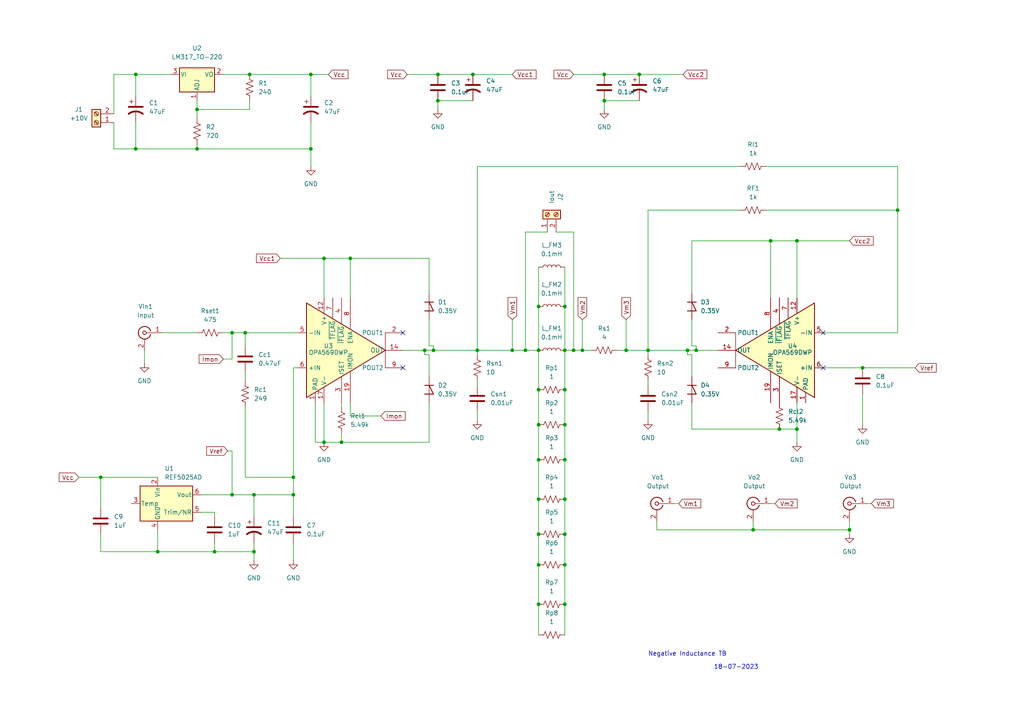
<source format=kicad_sch>
(kicad_sch (version 20211123) (generator eeschema)
  (paper "A4")
  (lib_symbols
    (symbol "Amplifier_Operational:OPA569DWP"
      (property "Reference" "U" (at 6.35 11.43 0))
      (property "Value" "OPA569DWP" (at 10.16 8.89 0))
      (symbol "OPA569DWP_0_0"
        (pin no_connect line (at -12.7 0 0) (length 2.54) hide (name "NC") (number "16"))
        (pin passive line (at -10.16 -15.24 90) (length 3.048) hide (name "PAD") (number "21"))
      )
      (symbol "OPA569DWP_0_1"
        (polyline (pts (xy 10.16 5.08) (xy 10.16 -5.08)) (stroke (width 0.1524)))
        (polyline (pts (xy 10.16 0) (xy -12.7 -13.716) (xy -12.7 13.716) (xy 10.16 0)) (stroke (width 0.254)) (fill (type background)))
      )
      (symbol "OPA569DWP_1_1"
        (pin power_in line (at -10.16 -15.24 90) (length 3.048) (name "PAD") (number "1"))
        (pin passive line (at -10.16 -15.24 90) (length 3.048) hide (name "PAD") (number "10"))
        (pin passive line (at -10.16 -15.24 90) (length 3.048) hide (name "PAD") (number "11"))
        (pin power_in line (at -7.62 15.24 270) (length 4.572) (name "V+") (number "12"))
        (pin passive line (at -7.62 15.24 270) (length 4.572) hide (name "V+") (number "13"))
        (pin output line (at 15.24 0 180) (length 5.08) (name "OUT") (number "14"))
        (pin passive line (at 15.24 0 180) (length 5.08) hide (name "OUT") (number "15"))
        (pin power_in line (at -7.62 -15.24 90) (length 4.572) (name "V-") (number "17"))
        (pin passive line (at -7.62 -15.24 90) (length 4.572) hide (name "V-") (number "18"))
        (pin output line (at 0 -15.24 90) (length 9.144) (name "IMON") (number "19"))
        (pin output line (at 15.24 5.08 180) (length 5.08) (name "POUT1") (number "2"))
        (pin passive line (at -10.16 -15.24 90) (length 3.048) hide (name "PAD") (number "20"))
        (pin output line (at -2.54 -15.24 90) (length 7.62) (name "ISET") (number "3"))
        (pin output line (at -2.54 15.24 270) (length 7.62) (name "~{IFLAG}") (number "4"))
        (pin input line (at -15.24 5.08 0) (length 2.54) (name "-IN") (number "5"))
        (pin input line (at -15.24 -5.08 0) (length 2.54) (name "+IN") (number "6"))
        (pin output line (at -5.08 15.24 270) (length 6.096) (name "~{TFLAG}") (number "7"))
        (pin input line (at 0 15.24 270) (length 9.144) (name "ENA") (number "8"))
        (pin output line (at 15.24 -5.08 180) (length 5.08) (name "POUT2") (number "9"))
      )
    )
    (symbol "Connector:Conn_Coaxial" (pin_names (offset 1.016) hide)
      (property "Reference" "J" (at 0.254 3.048 0))
      (property "Value" "Conn_Coaxial" (at 2.921 0 90))
      (symbol "Conn_Coaxial_0_1"
        (arc (start -1.778 -0.508) (mid 0.2311 -1.8066) (end 1.778 0) (stroke (width 0.254)))
        (polyline (pts (xy -2.54 0) (xy -0.508 0)))
        (polyline (pts (xy 0 -2.54) (xy 0 -1.778)))
        (circle (center 0 0) (radius 0.508) (stroke (width 0.2032)))
        (arc (start 1.778 0) (mid 0.2099 1.8101) (end -1.778 0.508) (stroke (width 0.254)))
      )
      (symbol "Conn_Coaxial_1_1"
        (pin passive line (at -5.08 0 0) (length 2.54) (name "In") (number "1"))
        (pin passive line (at 0 -5.08 90) (length 2.54) (name "Ext") (number "2"))
      )
    )
    (symbol "Connector:Screw_Terminal_01x02" (pin_names (offset 1.016) hide)
      (property "Reference" "J" (at 0 2.54 0))
      (property "Value" "Screw_Terminal_01x02" (at 0 -5.08 0))
      (symbol "Screw_Terminal_01x02_1_1"
        (rectangle (start -1.27 1.27) (end 1.27 -3.81) (stroke (width 0.254)) (fill (type background)))
        (circle (center 0 -2.54) (radius 0.635) (stroke (width 0.1524)))
        (polyline (pts (xy -0.5334 -2.2098) (xy 0.3302 -3.048)) (stroke (width 0.1524)))
        (polyline (pts (xy -0.5334 0.3302) (xy 0.3302 -0.508)) (stroke (width 0.1524)))
        (polyline (pts (xy -0.3556 -2.032) (xy 0.508 -2.8702)) (stroke (width 0.1524)))
        (polyline (pts (xy -0.3556 0.508) (xy 0.508 -0.3302)) (stroke (width 0.1524)))
        (circle (center 0 0) (radius 0.635) (stroke (width 0.1524)))
        (pin passive line (at -5.08 0 0) (length 3.81) (name "Pin_1") (number "1"))
        (pin passive line (at -5.08 -2.54 0) (length 3.81) (name "Pin_2") (number "2"))
      )
    )
    (symbol "Device:C" (pin_numbers hide) (pin_names (offset 0.254))
      (property "Reference" "C" (at 0.635 2.54 0))
      (property "Value" "C" (at 0.635 -2.54 0))
      (symbol "C_0_1"
        (polyline (pts (xy -2.032 -0.762) (xy 2.032 -0.762)) (stroke (width 0.508)))
        (polyline (pts (xy -2.032 0.762) (xy 2.032 0.762)) (stroke (width 0.508)))
      )
      (symbol "C_1_1"
        (pin passive line (at 0 3.81 270) (length 2.794) (name "~") (number "1"))
        (pin passive line (at 0 -3.81 90) (length 2.794) (name "~") (number "2"))
      )
    )
    (symbol "Device:C_Polarized_US" (pin_numbers hide) (pin_names (offset 0.254) hide)
      (property "Reference" "C" (at 0.635 2.54 0))
      (property "Value" "C_Polarized_US" (at 0.635 -2.54 0))
      (symbol "C_Polarized_US_0_1"
        (polyline (pts (xy -2.032 0.762) (xy 2.032 0.762)) (stroke (width 0.508)))
        (polyline (pts (xy -1.778 2.286) (xy -0.762 2.286)))
        (polyline (pts (xy -1.27 1.778) (xy -1.27 2.794)))
        (arc (start 2.032 -1.27) (mid 0 -0.5572) (end -2.032 -1.27) (stroke (width 0.508)))
      )
      (symbol "C_Polarized_US_1_1"
        (pin passive line (at 0 3.81 270) (length 2.794) (name "~") (number "1"))
        (pin passive line (at 0 -3.81 90) (length 3.302) (name "~") (number "2"))
      )
    )
    (symbol "Device:D_Shockley" (pin_numbers hide) (pin_names (offset 1.016) hide)
      (property "Reference" "D" (at 0 2.54 0))
      (property "Value" "D_Shockley" (at 0 -2.54 0))
      (symbol "D_Shockley_0_1"
        (polyline (pts (xy -1.27 0) (xy 1.27 0)))
        (polyline (pts (xy -1.27 1.27) (xy -1.27 -1.27)) (stroke (width 0.254)))
        (polyline (pts (xy -1.27 0) (xy 1.27 1.27) (xy 1.27 -1.27)) (stroke (width 0.254)))
      )
      (symbol "D_Shockley_1_1"
        (pin passive line (at -3.81 0 0) (length 2.54) (name "K") (number "1"))
        (pin passive line (at 3.81 0 180) (length 2.54) (name "A") (number "2"))
      )
    )
    (symbol "Device:L" (pin_numbers hide) (pin_names (offset 1.016) hide)
      (property "Reference" "L" (at -1.27 0 90))
      (property "Value" "L" (at 1.905 0 90))
      (symbol "L_0_1"
        (arc (start 0 -2.54) (mid 0.635 -1.905) (end 0 -1.27))
        (arc (start 0 -1.27) (mid 0.635 -0.635) (end 0 0))
        (arc (start 0 0) (mid 0.635 0.635) (end 0 1.27))
        (arc (start 0 1.27) (mid 0.635 1.905) (end 0 2.54))
      )
      (symbol "L_1_1"
        (pin passive line (at 0 3.81 270) (length 1.27) (name "1") (number "1"))
        (pin passive line (at 0 -3.81 90) (length 1.27) (name "2") (number "2"))
      )
    )
    (symbol "Device:R_US" (pin_numbers hide) (pin_names (offset 0))
      (property "Reference" "R" (at 2.54 0 90))
      (property "Value" "R_US" (at -2.54 0 90))
      (symbol "R_US_0_1"
        (polyline (pts (xy 0 -2.286) (xy 0 -2.54)))
        (polyline (pts (xy 0 2.286) (xy 0 2.54)))
        (polyline (pts (xy 0 -0.762) (xy 1.016 -1.143) (xy 0 -1.524) (xy -1.016 -1.905) (xy 0 -2.286)))
        (polyline (pts (xy 0 0.762) (xy 1.016 0.381) (xy 0 0) (xy -1.016 -0.381) (xy 0 -0.762)))
        (polyline (pts (xy 0 2.286) (xy 1.016 1.905) (xy 0 1.524) (xy -1.016 1.143) (xy 0 0.762)))
      )
      (symbol "R_US_1_1"
        (pin passive line (at 0 3.81 270) (length 1.27) (name "~") (number "1"))
        (pin passive line (at 0 -3.81 90) (length 1.27) (name "~") (number "2"))
      )
    )
    (symbol "GND_1" (power) (pin_names (offset 0))
      (property "Value" "GND_1" (at 0 -3.81 0))
      (symbol "GND_1_0_1"
        (polyline (pts (xy 0 0) (xy 0 -1.27) (xy 1.27 -1.27) (xy 0 -2.54) (xy -1.27 -1.27) (xy 0 -1.27)))
      )
      (symbol "GND_1_1_1"
        (pin power_in line (at 0 0 270) (length 0) hide (name "GND") (number "1"))
      )
    )
    (symbol "GND_2" (power) (pin_names (offset 0))
      (property "Value" "GND_2" (at 0 -3.81 0))
      (symbol "GND_2_0_1"
        (polyline (pts (xy 0 0) (xy 0 -1.27) (xy 1.27 -1.27) (xy 0 -2.54) (xy -1.27 -1.27) (xy 0 -1.27)))
      )
      (symbol "GND_2_1_1"
        (pin power_in line (at 0 0 270) (length 0) hide (name "GND") (number "1"))
      )
    )
    (symbol "GND_3" (power) (pin_names (offset 0))
      (property "Value" "GND_3" (at 0 -3.81 0))
      (symbol "GND_3_0_1"
        (polyline (pts (xy 0 0) (xy 0 -1.27) (xy 1.27 -1.27) (xy 0 -2.54) (xy -1.27 -1.27) (xy 0 -1.27)))
      )
      (symbol "GND_3_1_1"
        (pin power_in line (at 0 0 270) (length 0) hide (name "GND") (number "1"))
      )
    )
    (symbol "Reference_Voltage:REF5025AD" (pin_names (offset 0.254))
      (property "Reference" "U" (at -1.27 8.255 0))
      (property "Value" "REF5025AD" (at -1.27 6.35 0))
      (symbol "REF5025AD_0_1"
        (rectangle (start -7.62 5.08) (end 7.62 -5.08) (stroke (width 0.254)) (fill (type background)))
      )
      (symbol "REF5025AD_1_1"
        (pin no_connect line (at -7.62 2.54 0) (length 2.54) hide (name "DNC") (number "1"))
        (pin power_in line (at -2.54 7.62 270) (length 2.54) (name "Vin") (number "2"))
        (pin passive line (at -10.16 0 0) (length 2.54) (name "Temp") (number "3"))
        (pin power_in line (at -2.54 -7.62 90) (length 2.54) (name "GND") (number "4"))
        (pin passive line (at 10.16 -2.54 180) (length 2.54) (name "Trim/NR") (number "5"))
        (pin power_out line (at 10.16 2.54 180) (length 2.54) (name "Vout") (number "6"))
        (pin no_connect line (at -5.08 -5.08 90) (length 2.54) hide (name "NC") (number "7"))
        (pin no_connect line (at 7.62 0 180) (length 2.54) hide (name "DNC") (number "8"))
      )
    )
    (symbol "Regulator_Linear:LM317_TO-220" (pin_names (offset 0.254))
      (property "Reference" "U" (at -3.81 3.175 0))
      (property "Value" "LM317_TO-220" (at 0 3.175 0))
      (symbol "LM317_TO-220_0_1"
        (rectangle (start -5.08 1.905) (end 5.08 -5.08) (stroke (width 0.254)) (fill (type background)))
      )
      (symbol "LM317_TO-220_1_1"
        (pin input line (at 0 -7.62 90) (length 2.54) (name "ADJ") (number "1"))
        (pin power_out line (at 7.62 0 180) (length 2.54) (name "VO") (number "2"))
        (pin power_in line (at -7.62 0 0) (length 2.54) (name "VI") (number "3"))
      )
    )
    (symbol "power:GND" (power) (pin_names (offset 0))
      (property "Value" "GND" (at 0 -3.81 0))
      (symbol "GND_0_1"
        (polyline (pts (xy 0 0) (xy 0 -1.27) (xy 1.27 -1.27) (xy 0 -2.54) (xy -1.27 -1.27) (xy 0 -1.27)))
      )
      (symbol "GND_1_1"
        (pin power_in line (at 0 0 270) (length 0) hide (name "GND") (number "1"))
      )
    )
  )
  (junction (at 73.66 160.02))
  (junction (at 90.17 43.18))
  (junction (at 199.39 101.6))
  (junction (at 101.6 74.93))
  (junction (at 163.83 113.03))
  (junction (at 175.26 29.21))
  (junction (at 156.21 154.94))
  (junction (at 62.23 160.02))
  (junction (at 39.37 43.18))
  (junction (at 250.19 106.68))
  (junction (at 73.66 143.51))
  (junction (at 246.38 153.67))
  (junction (at 99.06 128.27))
  (junction (at 181.61 101.6))
  (junction (at 90.17 21.59))
  (junction (at 148.59 101.6))
  (junction (at 127 29.21))
  (junction (at 231.14 69.85))
  (junction (at 175.26 21.59))
  (junction (at 85.09 143.51))
  (junction (at 57.15 43.18))
  (junction (at 156.21 123.19))
  (junction (at 163.83 123.19))
  (junction (at 156.21 101.6))
  (junction (at 163.83 101.6))
  (junction (at 166.37 101.6))
  (junction (at 57.15 31.75))
  (junction (at 123.19 101.6))
  (junction (at 72.39 21.59))
  (junction (at 163.83 154.94))
  (junction (at 201.93 101.6))
  (junction (at 156.21 144.78))
  (junction (at 85.09 138.43))
  (junction (at 223.52 69.85))
  (junction (at 156.21 133.35))
  (junction (at 67.31 143.51))
  (junction (at 138.43 101.6))
  (junction (at 163.83 144.78))
  (junction (at 187.96 101.6))
  (junction (at 163.83 163.83))
  (junction (at 156.21 163.83))
  (junction (at 156.21 175.26))
  (junction (at 260.35 60.96))
  (junction (at 156.21 113.03))
  (junction (at 71.12 96.52))
  (junction (at 93.98 128.27))
  (junction (at 152.4 101.6))
  (junction (at 39.37 21.59))
  (junction (at 163.83 88.9))
  (junction (at 45.72 160.02))
  (junction (at 125.73 101.6))
  (junction (at 226.06 124.46))
  (junction (at 168.91 101.6))
  (junction (at 218.44 153.67))
  (junction (at 67.31 96.52))
  (junction (at 231.14 124.46))
  (junction (at 137.16 21.59))
  (junction (at 156.21 88.9))
  (junction (at 29.21 138.43))
  (junction (at 127 21.59))
  (junction (at 163.83 133.35))
  (junction (at 93.98 74.93))
  (junction (at 163.83 175.26))
  (junction (at 185.42 21.59))
  (no_connect (at 238.76 96.52))
  (no_connect (at 116.84 96.52))
  (no_connect (at 116.84 106.68))
  (no_connect (at 238.76 106.68))
  (wire (pts (xy 200.66 92.71) (xy 200.66 100.33)))
  (wire (pts (xy 33.02 43.18) (xy 39.37 43.18)))
  (wire (pts (xy 138.43 48.26) (xy 138.43 101.6)))
  (wire (pts (xy 163.83 133.35) (xy 163.83 144.78)))
  (wire (pts (xy 58.42 143.51) (xy 67.31 143.51)))
  (wire (pts (xy 163.83 144.78) (xy 163.83 154.94)))
  (wire (pts (xy 85.09 106.68) (xy 85.09 138.43)))
  (wire (pts (xy 101.6 120.65) (xy 110.49 120.65)))
  (wire (pts (xy 116.84 101.6) (xy 123.19 101.6)))
  (wire (pts (xy 200.66 116.84) (xy 200.66 124.46)))
  (wire (pts (xy 73.66 160.02) (xy 73.66 162.56)))
  (wire (pts (xy 156.21 77.47) (xy 156.21 88.9)))
  (wire (pts (xy 238.76 106.68) (xy 250.19 106.68)))
  (wire (pts (xy 127 21.59) (xy 137.16 21.59)))
  (wire (pts (xy 148.59 92.71) (xy 148.59 101.6)))
  (wire (pts (xy 190.5 153.67) (xy 218.44 153.67)))
  (wire (pts (xy 138.43 111.76) (xy 138.43 110.49)))
  (wire (pts (xy 201.93 101.6) (xy 208.28 101.6)))
  (wire (pts (xy 138.43 101.6) (xy 148.59 101.6)))
  (wire (pts (xy 163.83 77.47) (xy 163.83 88.9)))
  (wire (pts (xy 163.83 101.6) (xy 166.37 101.6)))
  (wire (pts (xy 67.31 104.14) (xy 67.31 96.52)))
  (wire (pts (xy 71.12 107.95) (xy 71.12 110.49)))
  (wire (pts (xy 148.59 101.6) (xy 152.4 101.6)))
  (wire (pts (xy 86.36 106.68) (xy 85.09 106.68)))
  (wire (pts (xy 200.66 69.85) (xy 223.52 69.85)))
  (wire (pts (xy 238.76 96.52) (xy 260.35 96.52)))
  (wire (pts (xy 58.42 148.59) (xy 62.23 148.59)))
  (wire (pts (xy 57.15 43.18) (xy 90.17 43.18)))
  (wire (pts (xy 127 29.21) (xy 127 31.75)))
  (wire (pts (xy 29.21 138.43) (xy 29.21 147.32)))
  (wire (pts (xy 57.15 41.91) (xy 57.15 43.18)))
  (wire (pts (xy 156.21 88.9) (xy 156.21 101.6)))
  (wire (pts (xy 45.72 153.67) (xy 45.72 160.02)))
  (wire (pts (xy 33.02 35.56) (xy 33.02 43.18)))
  (wire (pts (xy 223.52 69.85) (xy 231.14 69.85)))
  (wire (pts (xy 67.31 96.52) (xy 71.12 96.52)))
  (wire (pts (xy 124.46 102.87) (xy 123.19 102.87)))
  (wire (pts (xy 123.19 102.87) (xy 123.19 101.6)))
  (wire (pts (xy 260.35 48.26) (xy 260.35 60.96)))
  (wire (pts (xy 39.37 35.56) (xy 39.37 43.18)))
  (wire (pts (xy 45.72 160.02) (xy 62.23 160.02)))
  (wire (pts (xy 156.21 175.26) (xy 156.21 184.15)))
  (wire (pts (xy 152.4 101.6) (xy 156.21 101.6)))
  (wire (pts (xy 57.15 31.75) (xy 57.15 34.29)))
  (wire (pts (xy 163.83 101.6) (xy 163.83 113.03)))
  (wire (pts (xy 200.66 102.87) (xy 199.39 102.87)))
  (wire (pts (xy 124.46 92.71) (xy 124.46 100.33)))
  (wire (pts (xy 73.66 143.51) (xy 85.09 143.51)))
  (wire (pts (xy 99.06 116.84) (xy 99.06 118.11)))
  (wire (pts (xy 29.21 160.02) (xy 45.72 160.02)))
  (wire (pts (xy 124.46 85.09) (xy 124.46 74.93)))
  (wire (pts (xy 137.16 21.59) (xy 148.59 21.59)))
  (wire (pts (xy 90.17 21.59) (xy 95.25 21.59)))
  (wire (pts (xy 71.12 96.52) (xy 86.36 96.52)))
  (wire (pts (xy 175.26 29.21) (xy 185.42 29.21)))
  (wire (pts (xy 67.31 143.51) (xy 73.66 143.51)))
  (wire (pts (xy 158.75 67.31) (xy 152.4 67.31)))
  (wire (pts (xy 39.37 21.59) (xy 49.53 21.59)))
  (wire (pts (xy 200.66 100.33) (xy 201.93 100.33)))
  (wire (pts (xy 81.28 74.93) (xy 93.98 74.93)))
  (wire (pts (xy 93.98 116.84) (xy 93.98 128.27)))
  (wire (pts (xy 29.21 154.94) (xy 29.21 160.02)))
  (wire (pts (xy 156.21 144.78) (xy 156.21 154.94)))
  (wire (pts (xy 200.66 85.09) (xy 200.66 69.85)))
  (wire (pts (xy 124.46 109.22) (xy 124.46 102.87)))
  (wire (pts (xy 41.91 101.6) (xy 41.91 105.41)))
  (wire (pts (xy 118.11 21.59) (xy 127 21.59)))
  (wire (pts (xy 62.23 148.59) (xy 62.23 149.86)))
  (wire (pts (xy 22.86 138.43) (xy 29.21 138.43)))
  (wire (pts (xy 181.61 101.6) (xy 187.96 101.6)))
  (wire (pts (xy 250.19 114.3) (xy 250.19 123.19)))
  (wire (pts (xy 251.46 146.05) (xy 252.73 146.05)))
  (wire (pts (xy 156.21 163.83) (xy 156.21 175.26)))
  (wire (pts (xy 175.26 29.21) (xy 175.26 31.75)))
  (wire (pts (xy 85.09 138.43) (xy 85.09 143.51)))
  (wire (pts (xy 222.25 48.26) (xy 260.35 48.26)))
  (wire (pts (xy 156.21 154.94) (xy 156.21 163.83)))
  (wire (pts (xy 39.37 21.59) (xy 39.37 27.94)))
  (wire (pts (xy 218.44 151.13) (xy 218.44 153.67)))
  (wire (pts (xy 161.29 67.31) (xy 166.37 67.31)))
  (wire (pts (xy 71.12 138.43) (xy 85.09 138.43)))
  (wire (pts (xy 187.96 60.96) (xy 187.96 101.6)))
  (wire (pts (xy 99.06 125.73) (xy 99.06 128.27)))
  (wire (pts (xy 90.17 35.56) (xy 90.17 43.18)))
  (wire (pts (xy 187.96 102.87) (xy 187.96 101.6)))
  (wire (pts (xy 64.77 96.52) (xy 67.31 96.52)))
  (wire (pts (xy 179.07 101.6) (xy 181.61 101.6)))
  (wire (pts (xy 127 29.21) (xy 137.16 29.21)))
  (wire (pts (xy 39.37 43.18) (xy 57.15 43.18)))
  (wire (pts (xy 71.12 118.11) (xy 71.12 138.43)))
  (wire (pts (xy 226.06 124.46) (xy 231.14 124.46)))
  (wire (pts (xy 190.5 151.13) (xy 190.5 153.67)))
  (wire (pts (xy 57.15 29.21) (xy 57.15 31.75)))
  (wire (pts (xy 57.15 31.75) (xy 72.39 31.75)))
  (wire (pts (xy 71.12 96.52) (xy 71.12 100.33)))
  (wire (pts (xy 156.21 133.35) (xy 156.21 144.78)))
  (wire (pts (xy 101.6 74.93) (xy 124.46 74.93)))
  (wire (pts (xy 185.42 21.59) (xy 198.12 21.59)))
  (wire (pts (xy 73.66 157.48) (xy 73.66 160.02)))
  (wire (pts (xy 101.6 116.84) (xy 101.6 120.65)))
  (wire (pts (xy 99.06 128.27) (xy 93.98 128.27)))
  (wire (pts (xy 166.37 67.31) (xy 166.37 101.6)))
  (wire (pts (xy 90.17 43.18) (xy 90.17 48.26)))
  (wire (pts (xy 166.37 21.59) (xy 175.26 21.59)))
  (wire (pts (xy 138.43 101.6) (xy 138.43 102.87)))
  (wire (pts (xy 163.83 154.94) (xy 163.83 163.83)))
  (wire (pts (xy 200.66 124.46) (xy 226.06 124.46)))
  (wire (pts (xy 187.96 101.6) (xy 199.39 101.6)))
  (wire (pts (xy 222.25 60.96) (xy 260.35 60.96)))
  (wire (pts (xy 101.6 74.93) (xy 101.6 86.36)))
  (wire (pts (xy 29.21 138.43) (xy 45.72 138.43)))
  (wire (pts (xy 199.39 101.6) (xy 201.93 101.6)))
  (wire (pts (xy 163.83 113.03) (xy 163.83 123.19)))
  (wire (pts (xy 66.04 130.81) (xy 67.31 130.81)))
  (wire (pts (xy 231.14 86.36) (xy 231.14 69.85)))
  (wire (pts (xy 246.38 151.13) (xy 246.38 153.67)))
  (wire (pts (xy 250.19 106.68) (xy 265.43 106.68)))
  (wire (pts (xy 123.19 101.6) (xy 125.73 101.6)))
  (wire (pts (xy 246.38 153.67) (xy 246.38 154.94)))
  (wire (pts (xy 72.39 21.59) (xy 90.17 21.59)))
  (wire (pts (xy 85.09 157.48) (xy 85.09 162.56)))
  (wire (pts (xy 214.63 60.96) (xy 187.96 60.96)))
  (wire (pts (xy 201.93 100.33) (xy 201.93 101.6)))
  (wire (pts (xy 46.99 96.52) (xy 57.15 96.52)))
  (wire (pts (xy 64.77 21.59) (xy 72.39 21.59)))
  (wire (pts (xy 156.21 113.03) (xy 156.21 123.19)))
  (wire (pts (xy 90.17 21.59) (xy 90.17 27.94)))
  (wire (pts (xy 64.77 104.14) (xy 67.31 104.14)))
  (wire (pts (xy 181.61 92.71) (xy 181.61 101.6)))
  (wire (pts (xy 33.02 21.59) (xy 33.02 33.02)))
  (wire (pts (xy 163.83 123.19) (xy 163.83 133.35)))
  (wire (pts (xy 125.73 100.33) (xy 125.73 101.6)))
  (wire (pts (xy 91.44 128.27) (xy 93.98 128.27)))
  (wire (pts (xy 138.43 48.26) (xy 214.63 48.26)))
  (wire (pts (xy 163.83 88.9) (xy 163.83 101.6)))
  (wire (pts (xy 166.37 101.6) (xy 168.91 101.6)))
  (wire (pts (xy 163.83 175.26) (xy 163.83 184.15)))
  (wire (pts (xy 72.39 29.21) (xy 72.39 31.75)))
  (wire (pts (xy 218.44 153.67) (xy 246.38 153.67)))
  (wire (pts (xy 85.09 143.51) (xy 85.09 149.86)))
  (wire (pts (xy 199.39 102.87) (xy 199.39 101.6)))
  (wire (pts (xy 124.46 116.84) (xy 124.46 128.27)))
  (wire (pts (xy 62.23 157.48) (xy 62.23 160.02)))
  (wire (pts (xy 124.46 100.33) (xy 125.73 100.33)))
  (wire (pts (xy 62.23 160.02) (xy 73.66 160.02)))
  (wire (pts (xy 93.98 86.36) (xy 93.98 74.93)))
  (wire (pts (xy 231.14 124.46) (xy 231.14 128.27)))
  (wire (pts (xy 33.02 21.59) (xy 39.37 21.59)))
  (wire (pts (xy 168.91 101.6) (xy 171.45 101.6)))
  (wire (pts (xy 260.35 60.96) (xy 260.35 96.52)))
  (wire (pts (xy 200.66 109.22) (xy 200.66 102.87)))
  (wire (pts (xy 187.96 121.92) (xy 187.96 119.38)))
  (wire (pts (xy 152.4 67.31) (xy 152.4 101.6)))
  (wire (pts (xy 223.52 86.36) (xy 223.52 69.85)))
  (wire (pts (xy 231.14 116.84) (xy 231.14 124.46)))
  (wire (pts (xy 223.52 146.05) (xy 224.79 146.05)))
  (wire (pts (xy 91.44 116.84) (xy 91.44 128.27)))
  (wire (pts (xy 93.98 74.93) (xy 101.6 74.93)))
  (wire (pts (xy 168.91 92.71) (xy 168.91 101.6)))
  (wire (pts (xy 124.46 128.27) (xy 99.06 128.27)))
  (wire (pts (xy 125.73 101.6) (xy 138.43 101.6)))
  (wire (pts (xy 138.43 121.92) (xy 138.43 119.38)))
  (wire (pts (xy 163.83 163.83) (xy 163.83 175.26)))
  (wire (pts (xy 231.14 69.85) (xy 246.38 69.85)))
  (wire (pts (xy 156.21 101.6) (xy 156.21 113.03)))
  (wire (pts (xy 156.21 123.19) (xy 156.21 133.35)))
  (wire (pts (xy 187.96 111.76) (xy 187.96 110.49)))
  (wire (pts (xy 73.66 143.51) (xy 73.66 149.86)))
  (wire (pts (xy 195.58 146.05) (xy 196.85 146.05)))
  (wire (pts (xy 175.26 21.59) (xy 185.42 21.59)))
  (wire (pts (xy 67.31 130.81) (xy 67.31 143.51)))
  (text "18-07-2023" (at 207.01 194.31 0) (effects (font (size 1.27 1.27)) (justify left bottom)))
  (text "Negative Inductance TB" (at 187.96 190.5 0) (effects (font (size 1.27 1.27)) (justify left bottom)))
  (global_label "Vcc" (shape input) (at 118.11 21.59 180) (property "Intersheet References" "${INTERSHEET_REFS}" (effects hide)))
  (global_label "Vref" (shape input) (at 66.04 130.81 180) (property "Intersheet References" "${INTERSHEET_REFS}" (effects hide)))
  (global_label "Vm3" (shape input) (at 181.61 92.71 90) (property "Intersheet References" "${INTERSHEET_REFS}" (effects hide)))
  (global_label "Vcc" (shape input) (at 95.25 21.59 0) (property "Intersheet References" "${INTERSHEET_REFS}" (effects hide)))
  (global_label "Imon" (shape input) (at 110.49 120.65 0) (property "Intersheet References" "${INTERSHEET_REFS}" (effects hide)))
  (global_label "Vcc" (shape input) (at 166.37 21.59 180) (property "Intersheet References" "${INTERSHEET_REFS}" (effects hide)))
  (global_label "Vcc1" (shape input) (at 81.28 74.93 180) (property "Intersheet References" "${INTERSHEET_REFS}" (effects hide)))
  (global_label "Vcc" (shape input) (at 22.86 138.43 180) (property "Intersheet References" "${INTERSHEET_REFS}" (effects hide)))
  (global_label "Vcc2" (shape input) (at 246.38 69.85 0) (property "Intersheet References" "${INTERSHEET_REFS}" (effects hide)))
  (global_label "Vcc1" (shape input) (at 148.59 21.59 0) (property "Intersheet References" "${INTERSHEET_REFS}" (effects hide)))
  (global_label "Vm3" (shape input) (at 252.73 146.05 0) (property "Intersheet References" "${INTERSHEET_REFS}" (effects hide)))
  (global_label "Imon" (shape input) (at 64.77 104.14 180) (property "Intersheet References" "${INTERSHEET_REFS}" (effects hide)))
  (global_label "Vm2" (shape input) (at 168.91 92.71 90) (property "Intersheet References" "${INTERSHEET_REFS}" (effects hide)))
  (global_label "Vref" (shape input) (at 265.43 106.68 0) (property "Intersheet References" "${INTERSHEET_REFS}" (effects hide)))
  (global_label "Vm1" (shape input) (at 196.85 146.05 0) (property "Intersheet References" "${INTERSHEET_REFS}" (effects hide)))
  (global_label "Vm1" (shape input) (at 148.59 92.71 90) (property "Intersheet References" "${INTERSHEET_REFS}" (effects hide)))
  (global_label "Vcc2" (shape input) (at 198.12 21.59 0) (property "Intersheet References" "${INTERSHEET_REFS}" (effects hide)))
  (global_label "Vm2" (shape input) (at 224.79 146.05 0) (property "Intersheet References" "${INTERSHEET_REFS}" (effects hide)))
  (symbol (lib_name "GND_2") (lib_id "power:GND") (at 41.91 105.41 0) (unit 1)
    (property "Reference" "#PWR0109" (effects hide))
    (property "Value" "GND" (at 41.91 110.49 0))
  )
  (symbol (lib_id "Device:R_US") (at 175.26 101.6 90) (unit 1)
    (property "Reference" "Rs1" (at 175.26 95.25 90))
    (property "Value" "4" (at 175.26 97.79 90))
    (property "Footprint" "Resistor_THT:R_Bare_Metal_Element_L21.3mm_W4.8mm_P20.30mm" (effects hide))
  )
  (symbol (lib_name "GND_1") (lib_id "power:GND") (at 73.66 162.56 0) (unit 1)
    (property "Reference" "#PWR0107" (effects hide))
    (property "Value" "GND" (at 73.66 167.64 0))
  )
  (symbol (lib_id "Amplifier_Operational:OPA569DWP") (at 223.52 101.6 0) (mirror y) (unit 1)
    (property "Reference" "U4" (at 229.87 100.33 0))
    (property "Value" "OPA569DWP" (at 229.87 102.235 0))
    (property "Footprint" "Package_SO:SO-20-1EP_7.52x12.825mm_P1.27mm_EP6.045x12.09mm_Mask3.56x4.47mm" (effects hide))
    (property "Datasheet" "http://www.ti.com/lit/ds/symlink/opa569.pdf" (effects hide))
  )
  (symbol (lib_id "Device:C_Polarized_US") (at 185.42 25.4 0) (unit 1)
    (property "Reference" "C6" (at 189.23 23.4949 0) (effects (justify left)))
    (property "Value" "47uF" (at 189.23 26.0349 0) (effects (justify left)))
    (property "Footprint" "Capacitor_THT:CP_Radial_D5.0mm_P2.00mm" (effects hide))
    (property "Datasheet" "  (symbol \"Device:C\" (pin_numbers hide) (pin_names (offset 0.254)) (in_bom yes) (on_board yes)" (effects hide))
  )
  (symbol (lib_id "Device:R_US") (at 160.02 123.19 90) (unit 1)
    (property "Reference" "Rp2" (at 160.02 116.84 90))
    (property "Value" "1" (at 160.02 119.38 90))
    (property "Footprint" "Resistor_THT:R_Axial_DIN0309_L9.0mm_D3.2mm_P12.70mm_Horizontal" (effects hide))
  )
  (symbol (lib_id "Device:R_US") (at 160.02 133.35 90) (unit 1)
    (property "Reference" "Rp3" (at 160.02 127 90))
    (property "Value" "1" (at 160.02 129.54 90))
    (property "Footprint" "Resistor_THT:R_Axial_DIN0309_L9.0mm_D3.2mm_P12.70mm_Horizontal" (effects hide))
  )
  (symbol (lib_id "Device:R_US") (at 160.02 154.94 90) (unit 1)
    (property "Reference" "Rp5" (at 160.02 148.59 90))
    (property "Value" "1" (at 160.02 151.13 90))
    (property "Footprint" "Resistor_THT:R_Axial_DIN0309_L9.0mm_D3.2mm_P12.70mm_Horizontal" (effects hide))
  )
  (symbol (lib_id "Connector:Conn_Coaxial") (at 246.38 146.05 0) (mirror y) (unit 1)
    (property "Reference" "Vo3" (at 246.6974 138.43 0))
    (property "Value" "Output" (at 246.6974 140.97 0))
    (property "Footprint" "Connector_Coaxial:BNC_Amphenol_B6252HB-NPP3G-50_Horizontal" (effects hide))
    (property "Datasheet" " ~" (effects hide))
  )
  (symbol (lib_id "Device:D_Shockley") (at 124.46 113.03 270) (unit 1)
    (property "Reference" "D2" (at 127 111.7599 90) (effects (justify left)))
    (property "Value" "0.35V" (at 127 114.2999 90) (effects (justify left)))
    (property "Footprint" "Diode_SMD:D_SMC" (effects hide))
  )
  (symbol (lib_id "Device:R_US") (at 218.44 48.26 270) (unit 1)
    (property "Reference" "RI1" (at 218.44 41.91 90))
    (property "Value" "1k" (at 218.44 44.45 90))
    (property "Footprint" "Resistor_THT:R_Axial_DIN0309_L9.0mm_D3.2mm_P12.70mm_Horizontal" (effects hide))
  )
  (symbol (lib_id "Device:D_Shockley") (at 200.66 88.9 270) (unit 1)
    (property "Reference" "D3" (at 203.2 87.6299 90) (effects (justify left)))
    (property "Value" "0.35V" (at 203.2 90.1699 90) (effects (justify left)))
    (property "Footprint" "Diode_SMD:D_SMC" (effects hide))
  )
  (symbol (lib_name "GND_1") (lib_id "power:GND") (at 231.14 128.27 0) (unit 1)
    (property "Reference" "#PWR0103" (effects hide))
    (property "Value" "GND" (at 231.14 133.35 0))
  )
  (symbol (lib_id "Device:R_US") (at 60.96 96.52 90) (unit 1)
    (property "Reference" "Rset1" (at 60.96 90.17 90))
    (property "Value" "475" (at 60.96 92.71 90))
    (property "Footprint" "Resistor_THT:R_Axial_DIN0309_L9.0mm_D3.2mm_P12.70mm_Horizontal" (effects hide))
  )
  (symbol (lib_id "Regulator_Linear:LM317_TO-220") (at 57.15 21.59 0) (unit 1)
    (property "Reference" "U2" (at 57.15 13.97 0))
    (property "Value" "LM317_TO-220" (at 57.15 16.51 0))
    (property "Footprint" "Package_TO_SOT_THT:TO-220-3_Vertical" (effects hide))
    (property "Datasheet" "http://www.ti.com/lit/ds/symlink/lm317.pdf" (effects hide))
  )
  (symbol (lib_id "Device:R_US") (at 160.02 144.78 90) (unit 1)
    (property "Reference" "Rp4" (at 160.02 138.43 90))
    (property "Value" "1" (at 160.02 140.97 90))
    (property "Footprint" "Resistor_THT:R_Axial_DIN0309_L9.0mm_D3.2mm_P12.70mm_Horizontal" (effects hide))
  )
  (symbol (lib_name "GND_3") (lib_id "power:GND") (at 138.43 121.92 0) (unit 1)
    (property "Reference" "#PWR0101" (effects hide))
    (property "Value" "GND" (at 138.43 127 0))
  )
  (symbol (lib_id "Device:D_Shockley") (at 124.46 88.9 270) (unit 1)
    (property "Reference" "D1" (at 127 87.6299 90) (effects (justify left)))
    (property "Value" "0.35V" (at 127 90.1699 90) (effects (justify left)))
    (property "Footprint" "Diode_SMD:D_SMC" (effects hide))
  )
  (symbol (lib_id "Connector:Screw_Terminal_01x02") (at 27.94 35.56 180) (unit 1)
    (property "Reference" "J1" (at 22.86 31.75 0))
    (property "Value" "+10V" (at 22.86 34.29 0))
    (property "Footprint" "TerminalBlock_Phoenix:TerminalBlock_Phoenix_MKDS-1,5-2-5.08_1x02_P5.08mm_Horizontal" (effects hide))
  )
  (symbol (lib_id "Device:C_Polarized_US") (at 73.66 153.67 0) (unit 1)
    (property "Reference" "C11" (at 77.47 151.7649 0) (effects (justify left)))
    (property "Value" "47uF" (at 77.47 154.3049 0) (effects (justify left)))
    (property "Footprint" "Capacitor_THT:CP_Radial_D5.0mm_P2.00mm" (effects hide))
  )
  (symbol (lib_id "Device:R_US") (at 71.12 114.3 0) (unit 1)
    (property "Reference" "Rc1" (at 73.66 113.0299 0) (effects (justify left)))
    (property "Value" "249" (at 73.66 115.5699 0) (effects (justify left)))
    (property "Footprint" "Resistor_THT:R_Axial_DIN0309_L9.0mm_D3.2mm_P12.70mm_Horizontal" (effects hide))
  )
  (symbol (lib_id "Device:L") (at 160.02 77.47 90) (unit 1)
    (property "Reference" "L_FM3" (at 160.02 71.12 90))
    (property "Value" "0.1mH" (at 160.02 73.66 90))
    (property "Footprint" "Inductor_THT:L_Axial_L9.5mm_D4.0mm_P5.08mm_Vertical_Fastron_SMCC" (effects hide))
  )
  (symbol (lib_name "GND_2") (lib_id "power:GND") (at 127 31.75 0) (unit 1)
    (property "Reference" "#PWR0111" (effects hide))
    (property "Value" "GND" (at 127 36.83 0))
  )
  (symbol (lib_id "Device:C") (at 29.21 151.13 0) (unit 1)
    (property "Reference" "C9" (at 33.02 149.8599 0) (effects (justify left)))
    (property "Value" "1uF" (at 33.02 152.3999 0) (effects (justify left)))
    (property "Footprint" "Capacitor_THT:CP_Radial_D5.0mm_P2.00mm" (effects hide))
  )
  (symbol (lib_id "Device:C") (at 71.12 104.14 0) (unit 1)
    (property "Reference" "Cc1" (at 74.93 102.8699 0) (effects (justify left)))
    (property "Value" "0.47uF" (at 74.93 105.4099 0) (effects (justify left)))
    (property "Footprint" "Capacitor_THT:CP_Radial_D5.0mm_P2.00mm" (effects hide))
  )
  (symbol (lib_id "Amplifier_Operational:OPA569DWP") (at 101.6 101.6 0) (unit 1)
    (property "Reference" "U3" (at 95.25 100.33 0))
    (property "Value" "OPA569DWP" (at 95.25 102.235 0))
    (property "Footprint" "Package_SO:SO-20-1EP_7.52x12.825mm_P1.27mm_EP6.045x12.09mm_Mask3.56x4.47mm" (effects hide))
    (property "Datasheet" "http://www.ti.com/lit/ds/symlink/opa569.pdf" (effects hide))
  )
  (symbol (lib_id "Device:C") (at 62.23 153.67 0) (unit 1)
    (property "Reference" "C10" (at 66.04 152.3999 0) (effects (justify left)))
    (property "Value" "1uF" (at 66.04 154.9399 0) (effects (justify left)))
    (property "Footprint" "Capacitor_THT:CP_Radial_D5.0mm_P2.00mm" (effects hide))
  )
  (symbol (lib_id "Reference_Voltage:REF5025AD") (at 48.26 146.05 0) (unit 1)
    (property "Reference" "U1" (at 47.7394 135.89 0) (effects (justify left)))
    (property "Value" "REF5025AD" (at 47.7394 138.43 0) (effects (justify left)))
    (property "Footprint" "Package_SO:SOIC-8_3.9x4.9mm_P1.27mm" (effects hide))
    (property "Datasheet" "http://www.ti.com/lit/ds/symlink/ref5030.pdf" (effects hide))
  )
  (symbol (lib_name "GND_2") (lib_id "power:GND") (at 175.26 31.75 0) (unit 1)
    (property "Reference" "#PWR0105" (effects hide))
    (property "Value" "GND" (at 175.26 36.83 0))
  )
  (symbol (lib_id "Connector:Conn_Coaxial") (at 41.91 96.52 0) (mirror y) (unit 1)
    (property "Reference" "Vin1" (at 42.2274 88.9 0))
    (property "Value" "Input" (at 42.2274 91.44 0))
    (property "Footprint" "Connector_Coaxial:BNC_Amphenol_B6252HB-NPP3G-50_Horizontal" (effects hide))
    (property "Datasheet" " ~" (effects hide))
  )
  (symbol (lib_id "Device:R_US") (at 160.02 184.15 90) (unit 1)
    (property "Reference" "Rp8" (at 160.02 177.8 90))
    (property "Value" "1" (at 160.02 180.34 90))
    (property "Footprint" "Resistor_THT:R_Axial_DIN0309_L9.0mm_D3.2mm_P12.70mm_Horizontal" (effects hide))
  )
  (symbol (lib_id "Device:L") (at 160.02 88.9 90) (unit 1)
    (property "Reference" "L_FM2" (at 160.02 82.55 90))
    (property "Value" "0.1mH" (at 160.02 85.09 90))
    (property "Footprint" "Inductor_THT:L_Axial_L9.5mm_D4.0mm_P5.08mm_Vertical_Fastron_SMCC" (effects hide))
  )
  (symbol (lib_id "Connector:Screw_Terminal_01x02") (at 158.75 62.23 90) (unit 1)
    (property "Reference" "J2" (at 162.56 57.15 0))
    (property "Value" "Iout" (at 160.02 57.15 0))
    (property "Footprint" "TerminalBlock_Phoenix:TerminalBlock_Phoenix_MKDS-1,5-2-5.08_1x02_P5.08mm_Horizontal" (effects hide))
  )
  (symbol (lib_id "Device:R_US") (at 160.02 175.26 90) (unit 1)
    (property "Reference" "Rp7" (at 160.02 168.91 90))
    (property "Value" "1" (at 160.02 171.45 90))
    (property "Footprint" "Resistor_THT:R_Axial_DIN0309_L9.0mm_D3.2mm_P12.70mm_Horizontal" (effects hide))
  )
  (symbol (lib_id "Device:C_Polarized_US") (at 137.16 25.4 0) (unit 1)
    (property "Reference" "C4" (at 140.97 23.4949 0) (effects (justify left)))
    (property "Value" "47uF" (at 140.97 26.0349 0) (effects (justify left)))
    (property "Footprint" "Capacitor_THT:CP_Radial_D5.0mm_P2.00mm" (effects hide))
    (property "Datasheet" "  (symbol \"Device:C\" (pin_numbers hide) (pin_names (offset 0.254)) (in_bom yes) (on_board yes)" (effects hide))
  )
  (symbol (lib_id "Device:C") (at 175.26 25.4 0) (unit 1)
    (property "Reference" "C5" (at 179.07 24.1299 0) (effects (justify left)))
    (property "Value" "0.1uF" (at 179.07 26.6699 0) (effects (justify left)))
    (property "Footprint" "Capacitor_THT:CP_Radial_D5.0mm_P2.00mm" (effects hide))
  )
  (symbol (lib_id "Device:R_US") (at 187.96 106.68 0) (unit 1)
    (property "Reference" "Rsn2" (at 190.5 105.4099 0) (effects (justify left)))
    (property "Value" "10" (at 190.5 107.9499 0) (effects (justify left)))
    (property "Footprint" "Resistor_THT:R_Axial_DIN0309_L9.0mm_D3.2mm_P12.70mm_Horizontal" (effects hide))
  )
  (symbol (lib_id "Device:C") (at 187.96 115.57 0) (unit 1)
    (property "Reference" "Csn2" (at 191.77 114.2999 0) (effects (justify left)))
    (property "Value" "0.01uF" (at 191.77 116.8399 0) (effects (justify left)))
    (property "Footprint" "Capacitor_THT:CP_Radial_D5.0mm_P2.00mm" (effects hide))
  )
  (symbol (lib_id "Device:R_US") (at 99.06 121.92 0) (unit 1)
    (property "Reference" "Rcl1" (at 101.6 120.6499 0) (effects (justify left)))
    (property "Value" "5.49k" (at 101.6 123.1899 0) (effects (justify left)))
    (property "Footprint" "Resistor_THT:R_Axial_DIN0309_L9.0mm_D3.2mm_P12.70mm_Horizontal" (effects hide))
  )
  (symbol (lib_name "GND_2") (lib_id "power:GND") (at 93.98 128.27 0) (unit 1)
    (property "Reference" "#PWR0106" (effects hide))
    (property "Value" "GND" (at 93.98 133.35 0))
  )
  (symbol (lib_name "GND_1") (lib_id "power:GND") (at 85.09 162.56 0) (unit 1)
    (property "Reference" "#PWR0108" (effects hide))
    (property "Value" "GND" (at 85.09 167.64 0))
  )
  (symbol (lib_id "Connector:Conn_Coaxial") (at 190.5 146.05 0) (mirror y) (unit 1)
    (property "Reference" "Vo1" (at 190.8174 138.43 0))
    (property "Value" "Output" (at 190.8174 140.97 0))
    (property "Footprint" "Connector_Coaxial:BNC_Amphenol_B6252HB-NPP3G-50_Horizontal" (effects hide))
    (property "Datasheet" " ~" (effects hide))
  )
  (symbol (lib_id "Device:R_US") (at 218.44 60.96 270) (unit 1)
    (property "Reference" "RF1" (at 218.44 54.61 90))
    (property "Value" "1k" (at 218.44 57.15 90))
    (property "Footprint" "Resistor_THT:R_Axial_DIN0309_L9.0mm_D3.2mm_P12.70mm_Horizontal" (effects hide))
  )
  (symbol (lib_id "Device:C") (at 85.09 153.67 0) (unit 1)
    (property "Reference" "C7" (at 88.9 152.3999 0) (effects (justify left)))
    (property "Value" "0.1uF" (at 88.9 154.9399 0) (effects (justify left)))
    (property "Footprint" "Capacitor_THT:CP_Radial_D5.0mm_P2.00mm" (effects hide))
  )
  (symbol (lib_id "Device:L") (at 160.02 101.6 90) (unit 1)
    (property "Reference" "L_FM1" (at 160.02 95.25 90))
    (property "Value" "0.1mH" (at 160.02 97.79 90))
    (property "Footprint" "Inductor_THT:L_Axial_L9.5mm_D4.0mm_P5.08mm_Vertical_Fastron_SMCC" (effects hide))
  )
  (symbol (lib_id "Device:C_Polarized_US") (at 39.37 31.75 0) (unit 1)
    (property "Reference" "C1" (at 43.18 29.8449 0) (effects (justify left)))
    (property "Value" "47uF" (at 43.18 32.3849 0) (effects (justify left)))
    (property "Footprint" "Capacitor_THT:CP_Radial_D5.0mm_P2.00mm" (effects hide))
    (property "Datasheet" "  (symbol \"Device:C\" (pin_numbers hide) (pin_names (offset 0.254)) (in_bom yes) (on_board yes)" (effects hide))
  )
  (symbol (lib_id "Device:R_US") (at 138.43 106.68 0) (unit 1)
    (property "Reference" "Rsn1" (at 140.97 105.4099 0) (effects (justify left)))
    (property "Value" "10" (at 140.97 107.9499 0) (effects (justify left)))
    (property "Footprint" "Resistor_THT:R_Axial_DIN0309_L9.0mm_D3.2mm_P12.70mm_Horizontal" (effects hide))
  )
  (symbol (lib_name "GND_1") (lib_id "power:GND") (at 250.19 123.19 0) (unit 1)
    (property "Reference" "#PWR0104" (effects hide))
    (property "Value" "GND" (at 250.19 128.27 0))
  )
  (symbol (lib_id "Device:D_Shockley") (at 200.66 113.03 270) (unit 1)
    (property "Reference" "D4" (at 203.2 111.7599 90) (effects (justify left)))
    (property "Value" "0.35V" (at 203.2 114.2999 90) (effects (justify left)))
    (property "Footprint" "Diode_SMD:D_SMC" (effects hide))
  )
  (symbol (lib_id "Device:C_Polarized_US") (at 90.17 31.75 0) (unit 1)
    (property "Reference" "C2" (at 93.98 29.8449 0) (effects (justify left)))
    (property "Value" "47uF" (at 93.98 32.3849 0) (effects (justify left)))
    (property "Footprint" "Capacitor_THT:CP_Radial_D5.0mm_P2.00mm" (effects hide))
    (property "Datasheet" "  (symbol \"Device:C\" (pin_numbers hide) (pin_names (offset 0.254)) (in_bom yes) (on_board yes)" (effects hide))
  )
  (symbol (lib_id "Connector:Conn_Coaxial") (at 218.44 146.05 0) (mirror y) (unit 1)
    (property "Reference" "Vo2" (at 218.7574 138.43 0))
    (property "Value" "Output" (at 218.7574 140.97 0))
    (property "Footprint" "Connector_Coaxial:BNC_Amphenol_B6252HB-NPP3G-50_Horizontal" (effects hide))
    (property "Datasheet" " ~" (effects hide))
  )
  (symbol (lib_id "Device:R_US") (at 226.06 120.65 0) (unit 1)
    (property "Reference" "Rcl2" (at 228.6 119.3799 0) (effects (justify left)))
    (property "Value" "5.49k" (at 228.6 121.9199 0) (effects (justify left)))
    (property "Footprint" "Resistor_THT:R_Axial_DIN0309_L9.0mm_D3.2mm_P12.70mm_Horizontal" (effects hide))
  )
  (symbol (lib_name "GND_2") (lib_id "power:GND") (at 187.96 121.92 0) (unit 1)
    (property "Reference" "#PWR0102" (effects hide))
    (property "Value" "GND" (at 187.96 127 0))
  )
  (symbol (lib_id "Device:R_US") (at 160.02 113.03 90) (unit 1)
    (property "Reference" "Rp1" (at 160.02 106.68 90))
    (property "Value" "1" (at 160.02 109.22 90))
    (property "Footprint" "Resistor_THT:R_Axial_DIN0309_L9.0mm_D3.2mm_P12.70mm_Horizontal" (effects hide))
  )
  (symbol (lib_id "power:GND") (at 90.17 48.26 0) (unit 1)
    (property "Reference" "#PWR0110" (effects hide))
    (property "Value" "GND" (at 90.17 53.34 0))
  )
  (symbol (lib_id "Device:C") (at 127 25.4 0) (unit 1)
    (property "Reference" "C3" (at 130.81 24.1299 0) (effects (justify left)))
    (property "Value" "0.1uF" (at 130.81 26.6699 0) (effects (justify left)))
    (property "Footprint" "Capacitor_THT:CP_Radial_D5.0mm_P2.00mm" (effects hide))
  )
  (symbol (lib_id "Device:R_US") (at 72.39 25.4 180) (unit 1)
    (property "Reference" "R1" (at 74.93 24.1299 0) (effects (justify right)))
    (property "Value" "240" (at 74.93 26.6699 0) (effects (justify right)))
    (property "Footprint" "Resistor_THT:R_Axial_DIN0309_L9.0mm_D3.2mm_P12.70mm_Horizontal" (effects hide))
  )
  (symbol (lib_id "Device:R_US") (at 160.02 163.83 90) (unit 1)
    (property "Reference" "Rp6" (at 160.02 157.48 90))
    (property "Value" "1" (at 160.02 160.02 90))
    (property "Footprint" "Resistor_THT:R_Axial_DIN0309_L9.0mm_D3.2mm_P12.70mm_Horizontal" (effects hide))
  )
  (symbol (lib_id "Device:C") (at 138.43 115.57 0) (unit 1)
    (property "Reference" "Csn1" (at 142.24 114.2999 0) (effects (justify left)))
    (property "Value" "0.01uF" (at 142.24 116.8399 0) (effects (justify left)))
    (property "Footprint" "Capacitor_THT:CP_Radial_D5.0mm_P2.00mm" (effects hide))
  )
  (symbol (lib_id "Device:R_US") (at 57.15 38.1 180) (unit 1)
    (property "Reference" "R2" (at 59.69 36.8299 0) (effects (justify right)))
    (property "Value" "720" (at 59.69 39.3699 0) (effects (justify right)))
    (property "Footprint" "Resistor_THT:R_Axial_DIN0309_L9.0mm_D3.2mm_P12.70mm_Horizontal" (effects hide))
  )
  (symbol (lib_id "Device:C") (at 250.19 110.49 0) (unit 1)
    (property "Reference" "C8" (at 254 109.2199 0) (effects (justify left)))
    (property "Value" "0.1uF" (at 254 111.7599 0) (effects (justify left)))
    (property "Footprint" "Capacitor_THT:CP_Radial_D5.0mm_P2.00mm" (effects hide))
  )
  (symbol (lib_name "GND_2") (lib_id "power:GND") (at 246.38 154.94 0) (unit 1)
    (property "Reference" "#PWR0112" (effects hide))
    (property "Value" "GND" (at 246.38 160.02 0))
  )
)
</source>
